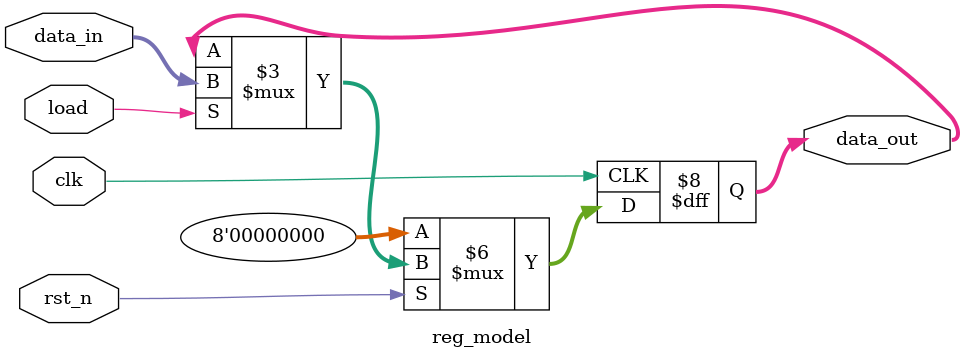
<source format=v>
module reg_model(clk, rst_n, data_in, load, data_out);

	input clk, rst_n;
	input [7:0] data_in;
	input load;
	output reg [7:0] data_out;
	
	always @ (posedge clk)
	begin
		if (!rst_n)
			data_out <= 8'd0;
		else if (load)
			data_out <= data_in;
	end

endmodule

</source>
